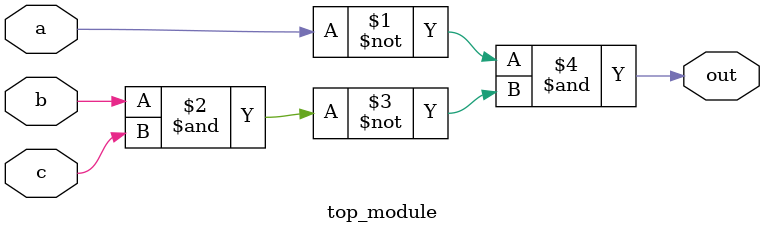
<source format=sv>
module top_module(
    input a, 
    input b,
    input c,
    output out
);
    
    assign out = (~a & ~(b & c));
    
endmodule

</source>
